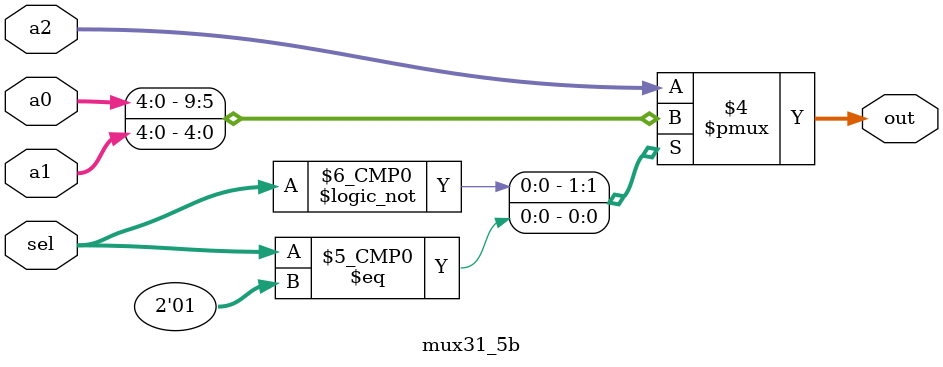
<source format=v>
/*
/////////////////////////////////////////////
//// COA LAB Assignment 6                ////
//// Group Number 23                     ////
//// Ashwani Kumar Kamal (20CS10011)     ////
//// Astitva (20CS30007)                 ////
/////////////////////////////////////////////
*/

`timescale 1ns / 1ps

// A 3x1 mux with 5-bit output
module mux31_5b (
    input [4:0] a0, 
    input [4:0] a1, 
    input [4:0] a2, 
    input [1:0] sel, 
    output reg [4:0] out
);

    always @(*) begin
        case (sel)
            2'b00 : out = a0;
            2'b01 : out = a1;
            2'b10 : out = a2;
            default : out = a2;
        endcase
    end
    
endmodule

</source>
